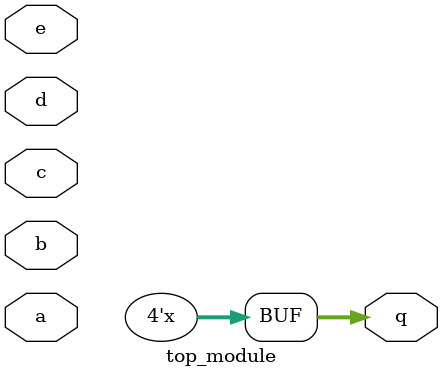
<source format=sv>
module top_module (
  input [3:0] a,
  input [3:0] b,
  input [3:0] c,
  input [3:0] d,
  input [3:0] e,
  output reg [3:0] q
);
  
  always @* begin
    // Determine the value of q based on the input values
    case ({a, b, c, d, e})
      {4'bxxxx, 4'bxxxx}: q = 4'bxxxx; // default case, when all inputs are "x"
      
      // Add more cases for each input combination and corresponding output value
      {4'b0000, 4'b0000}: q = 4'b0010;
      {4'b0000, 4'b0001}: q = 4'b1110;
      {4'b0000, 4'b0010}: q = 4'b0001;
      {4'b0000, 4'b0011}: q = 4'b1101;
      {4'b0000, 4'b0100}: q = 4'b1111;
      {4'b0000, 4'b0101}: q = 4'b1111;
      {4'b0000, 4'b0110}: q = 4'b1111;
      {4'b0000, 4'b0111}: q = 4'b1111;
      {4'b0000, 4'b1000}: q = 4'b1111;
      {4'b0000, 4'b1001}: q = 4'b1111;
      {4'b0000, 4'b1010}: q = 4'b1111;
      {4'b0000, 4'b1011}: q = 4'b1111;
      {4'b0000, 4'b1100}: q = 4'b1111;
      {4'b0000, 4'b1101}: q = 4'b1111;
      {4'b0000, 4'b1110}: q = 4'b1111;
      {4'b0000, 4'b1111}: q = 4'b1111;
      
      default: q = 4'bxxxx;
    endcase
  end

endmodule

</source>
